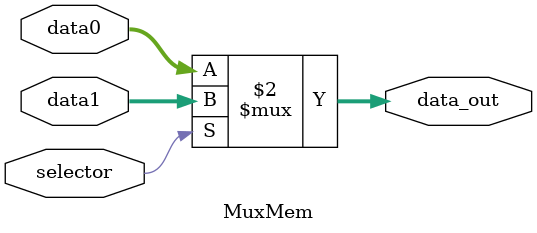
<source format=v>
module MuxMem(
    input wire selector,
    input wire [31:0] data0,
    input wire [31:0] data1,

    output wire [31:0] data_out
);

    assign data_out = (selector == 2'b00) ? data0 : data1;

endmodule
</source>
